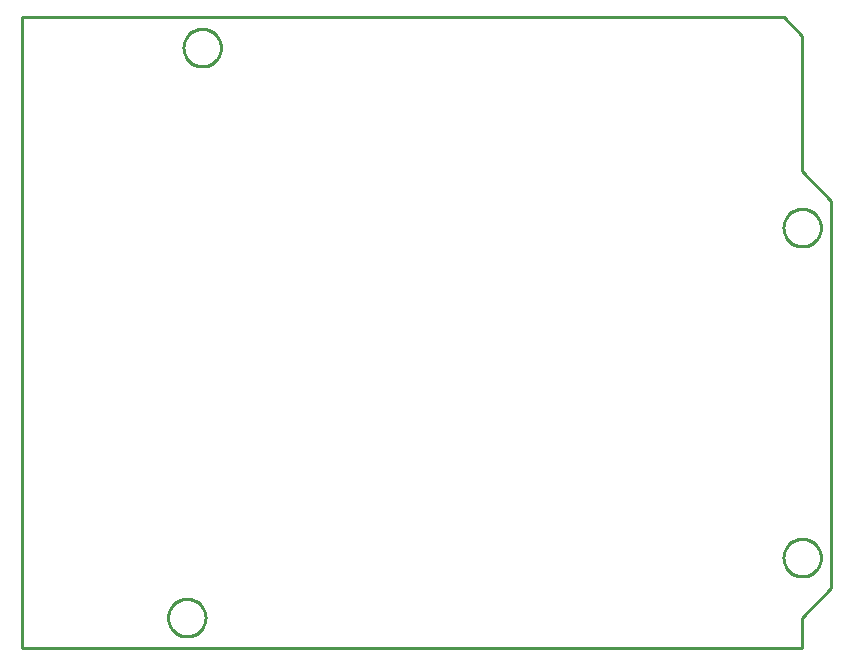
<source format=gbr>
G04 EAGLE Gerber RS-274X export*
G75*
%MOMM*%
%FSLAX34Y34*%
%LPD*%
%IN*%
%IPPOS*%
%AMOC8*
5,1,8,0,0,1.08239X$1,22.5*%
G01*
G04 Define Apertures*
%ADD10C,0.254000*%
D10*
X0Y0D02*
X660700Y0D01*
X660700Y25400D01*
X685500Y50800D01*
X685500Y378460D01*
X660700Y403860D01*
X660700Y518137D01*
X645052Y533785D01*
X0Y533785D01*
X0Y0D01*
X155575Y24880D02*
X155575Y25920D01*
X155507Y26957D01*
X155371Y27987D01*
X155169Y29007D01*
X154900Y30011D01*
X154565Y30995D01*
X154168Y31955D01*
X153708Y32887D01*
X153188Y33788D01*
X152611Y34652D01*
X151978Y35476D01*
X151293Y36258D01*
X150558Y36993D01*
X149776Y37678D01*
X148952Y38311D01*
X148088Y38888D01*
X147187Y39408D01*
X146255Y39868D01*
X145295Y40265D01*
X144311Y40600D01*
X143307Y40869D01*
X142287Y41071D01*
X141257Y41207D01*
X140220Y41275D01*
X139180Y41275D01*
X138143Y41207D01*
X137113Y41071D01*
X136093Y40869D01*
X135089Y40600D01*
X134105Y40265D01*
X133145Y39868D01*
X132213Y39408D01*
X131312Y38888D01*
X130448Y38311D01*
X129624Y37678D01*
X128842Y36993D01*
X128107Y36258D01*
X127422Y35476D01*
X126789Y34652D01*
X126212Y33788D01*
X125692Y32887D01*
X125232Y31955D01*
X124835Y30995D01*
X124500Y30011D01*
X124231Y29007D01*
X124029Y27987D01*
X123893Y26957D01*
X123825Y25920D01*
X123825Y24880D01*
X123893Y23843D01*
X124029Y22813D01*
X124231Y21793D01*
X124500Y20789D01*
X124835Y19805D01*
X125232Y18845D01*
X125692Y17913D01*
X126212Y17012D01*
X126789Y16148D01*
X127422Y15324D01*
X128107Y14542D01*
X128842Y13807D01*
X129624Y13122D01*
X130448Y12489D01*
X131312Y11912D01*
X132213Y11392D01*
X133145Y10932D01*
X134105Y10535D01*
X135089Y10200D01*
X136093Y9931D01*
X137113Y9729D01*
X138143Y9593D01*
X139180Y9525D01*
X140220Y9525D01*
X141257Y9593D01*
X142287Y9729D01*
X143307Y9931D01*
X144311Y10200D01*
X145295Y10535D01*
X146255Y10932D01*
X147187Y11392D01*
X148088Y11912D01*
X148952Y12489D01*
X149776Y13122D01*
X150558Y13807D01*
X151293Y14542D01*
X151978Y15324D01*
X152611Y16148D01*
X153188Y17012D01*
X153708Y17913D01*
X154168Y18845D01*
X154565Y19805D01*
X154900Y20789D01*
X155169Y21793D01*
X155371Y22813D01*
X155507Y23843D01*
X155575Y24880D01*
X168575Y507480D02*
X168575Y508520D01*
X168507Y509557D01*
X168371Y510587D01*
X168169Y511607D01*
X167900Y512611D01*
X167565Y513595D01*
X167168Y514555D01*
X166708Y515487D01*
X166188Y516388D01*
X165611Y517252D01*
X164978Y518076D01*
X164293Y518858D01*
X163558Y519593D01*
X162776Y520278D01*
X161952Y520911D01*
X161088Y521488D01*
X160187Y522008D01*
X159255Y522468D01*
X158295Y522865D01*
X157311Y523200D01*
X156307Y523469D01*
X155287Y523671D01*
X154257Y523807D01*
X153220Y523875D01*
X152180Y523875D01*
X151143Y523807D01*
X150113Y523671D01*
X149093Y523469D01*
X148089Y523200D01*
X147105Y522865D01*
X146145Y522468D01*
X145213Y522008D01*
X144312Y521488D01*
X143448Y520911D01*
X142624Y520278D01*
X141842Y519593D01*
X141107Y518858D01*
X140422Y518076D01*
X139789Y517252D01*
X139212Y516388D01*
X138692Y515487D01*
X138232Y514555D01*
X137835Y513595D01*
X137500Y512611D01*
X137231Y511607D01*
X137029Y510587D01*
X136893Y509557D01*
X136825Y508520D01*
X136825Y507480D01*
X136893Y506443D01*
X137029Y505413D01*
X137231Y504393D01*
X137500Y503389D01*
X137835Y502405D01*
X138232Y501445D01*
X138692Y500513D01*
X139212Y499612D01*
X139789Y498748D01*
X140422Y497924D01*
X141107Y497142D01*
X141842Y496407D01*
X142624Y495722D01*
X143448Y495089D01*
X144312Y494512D01*
X145213Y493992D01*
X146145Y493532D01*
X147105Y493135D01*
X148089Y492800D01*
X149093Y492531D01*
X150113Y492329D01*
X151143Y492193D01*
X152180Y492125D01*
X153220Y492125D01*
X154257Y492193D01*
X155287Y492329D01*
X156307Y492531D01*
X157311Y492800D01*
X158295Y493135D01*
X159255Y493532D01*
X160187Y493992D01*
X161088Y494512D01*
X161952Y495089D01*
X162776Y495722D01*
X163558Y496407D01*
X164293Y497142D01*
X164978Y497924D01*
X165611Y498748D01*
X166188Y499612D01*
X166708Y500513D01*
X167168Y501445D01*
X167565Y502405D01*
X167900Y503389D01*
X168169Y504393D01*
X168371Y505413D01*
X168507Y506443D01*
X168575Y507480D01*
X676575Y355080D02*
X676575Y356120D01*
X676507Y357157D01*
X676371Y358187D01*
X676169Y359207D01*
X675900Y360211D01*
X675565Y361195D01*
X675168Y362155D01*
X674708Y363087D01*
X674188Y363988D01*
X673611Y364852D01*
X672978Y365676D01*
X672293Y366458D01*
X671558Y367193D01*
X670776Y367878D01*
X669952Y368511D01*
X669088Y369088D01*
X668187Y369608D01*
X667255Y370068D01*
X666295Y370465D01*
X665311Y370800D01*
X664307Y371069D01*
X663287Y371271D01*
X662257Y371407D01*
X661220Y371475D01*
X660180Y371475D01*
X659143Y371407D01*
X658113Y371271D01*
X657093Y371069D01*
X656089Y370800D01*
X655105Y370465D01*
X654145Y370068D01*
X653213Y369608D01*
X652312Y369088D01*
X651448Y368511D01*
X650624Y367878D01*
X649842Y367193D01*
X649107Y366458D01*
X648422Y365676D01*
X647789Y364852D01*
X647212Y363988D01*
X646692Y363087D01*
X646232Y362155D01*
X645835Y361195D01*
X645500Y360211D01*
X645231Y359207D01*
X645029Y358187D01*
X644893Y357157D01*
X644825Y356120D01*
X644825Y355080D01*
X644893Y354043D01*
X645029Y353013D01*
X645231Y351993D01*
X645500Y350989D01*
X645835Y350005D01*
X646232Y349045D01*
X646692Y348113D01*
X647212Y347212D01*
X647789Y346348D01*
X648422Y345524D01*
X649107Y344742D01*
X649842Y344007D01*
X650624Y343322D01*
X651448Y342689D01*
X652312Y342112D01*
X653213Y341592D01*
X654145Y341132D01*
X655105Y340735D01*
X656089Y340400D01*
X657093Y340131D01*
X658113Y339929D01*
X659143Y339793D01*
X660180Y339725D01*
X661220Y339725D01*
X662257Y339793D01*
X663287Y339929D01*
X664307Y340131D01*
X665311Y340400D01*
X666295Y340735D01*
X667255Y341132D01*
X668187Y341592D01*
X669088Y342112D01*
X669952Y342689D01*
X670776Y343322D01*
X671558Y344007D01*
X672293Y344742D01*
X672978Y345524D01*
X673611Y346348D01*
X674188Y347212D01*
X674708Y348113D01*
X675168Y349045D01*
X675565Y350005D01*
X675900Y350989D01*
X676169Y351993D01*
X676371Y353013D01*
X676507Y354043D01*
X676575Y355080D01*
X676575Y75680D02*
X676575Y76720D01*
X676507Y77757D01*
X676371Y78787D01*
X676169Y79807D01*
X675900Y80811D01*
X675565Y81795D01*
X675168Y82755D01*
X674708Y83687D01*
X674188Y84588D01*
X673611Y85452D01*
X672978Y86276D01*
X672293Y87058D01*
X671558Y87793D01*
X670776Y88478D01*
X669952Y89111D01*
X669088Y89688D01*
X668187Y90208D01*
X667255Y90668D01*
X666295Y91065D01*
X665311Y91400D01*
X664307Y91669D01*
X663287Y91871D01*
X662257Y92007D01*
X661220Y92075D01*
X660180Y92075D01*
X659143Y92007D01*
X658113Y91871D01*
X657093Y91669D01*
X656089Y91400D01*
X655105Y91065D01*
X654145Y90668D01*
X653213Y90208D01*
X652312Y89688D01*
X651448Y89111D01*
X650624Y88478D01*
X649842Y87793D01*
X649107Y87058D01*
X648422Y86276D01*
X647789Y85452D01*
X647212Y84588D01*
X646692Y83687D01*
X646232Y82755D01*
X645835Y81795D01*
X645500Y80811D01*
X645231Y79807D01*
X645029Y78787D01*
X644893Y77757D01*
X644825Y76720D01*
X644825Y75680D01*
X644893Y74643D01*
X645029Y73613D01*
X645231Y72593D01*
X645500Y71589D01*
X645835Y70605D01*
X646232Y69645D01*
X646692Y68713D01*
X647212Y67812D01*
X647789Y66948D01*
X648422Y66124D01*
X649107Y65342D01*
X649842Y64607D01*
X650624Y63922D01*
X651448Y63289D01*
X652312Y62712D01*
X653213Y62192D01*
X654145Y61732D01*
X655105Y61335D01*
X656089Y61000D01*
X657093Y60731D01*
X658113Y60529D01*
X659143Y60393D01*
X660180Y60325D01*
X661220Y60325D01*
X662257Y60393D01*
X663287Y60529D01*
X664307Y60731D01*
X665311Y61000D01*
X666295Y61335D01*
X667255Y61732D01*
X668187Y62192D01*
X669088Y62712D01*
X669952Y63289D01*
X670776Y63922D01*
X671558Y64607D01*
X672293Y65342D01*
X672978Y66124D01*
X673611Y66948D01*
X674188Y67812D01*
X674708Y68713D01*
X675168Y69645D01*
X675565Y70605D01*
X675900Y71589D01*
X676169Y72593D01*
X676371Y73613D01*
X676507Y74643D01*
X676575Y75680D01*
M02*

</source>
